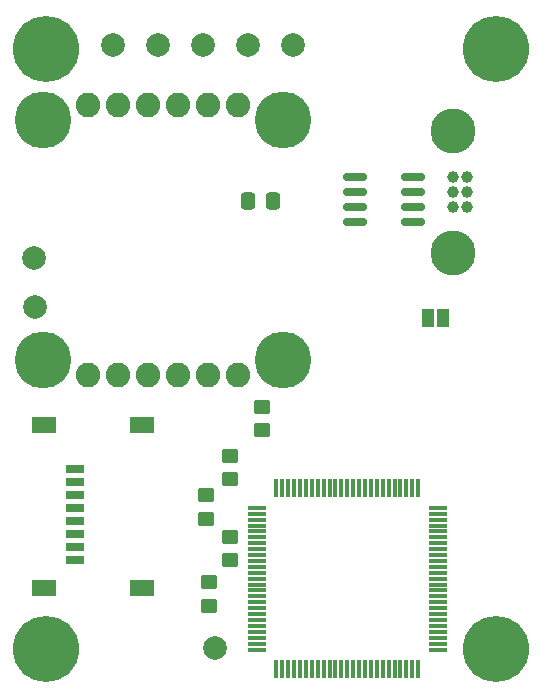
<source format=gbr>
%TF.GenerationSoftware,KiCad,Pcbnew,7.0.7*%
%TF.CreationDate,2023-10-21T12:14:55-04:00*%
%TF.ProjectId,processor,70726f63-6573-4736-9f72-2e6b69636164,rev?*%
%TF.SameCoordinates,Original*%
%TF.FileFunction,Soldermask,Bot*%
%TF.FilePolarity,Negative*%
%FSLAX46Y46*%
G04 Gerber Fmt 4.6, Leading zero omitted, Abs format (unit mm)*
G04 Created by KiCad (PCBNEW 7.0.7) date 2023-10-21 12:14:55*
%MOMM*%
%LPD*%
G01*
G04 APERTURE LIST*
G04 Aperture macros list*
%AMRoundRect*
0 Rectangle with rounded corners*
0 $1 Rounding radius*
0 $2 $3 $4 $5 $6 $7 $8 $9 X,Y pos of 4 corners*
0 Add a 4 corners polygon primitive as box body*
4,1,4,$2,$3,$4,$5,$6,$7,$8,$9,$2,$3,0*
0 Add four circle primitives for the rounded corners*
1,1,$1+$1,$2,$3*
1,1,$1+$1,$4,$5*
1,1,$1+$1,$6,$7*
1,1,$1+$1,$8,$9*
0 Add four rect primitives between the rounded corners*
20,1,$1+$1,$2,$3,$4,$5,0*
20,1,$1+$1,$4,$5,$6,$7,0*
20,1,$1+$1,$6,$7,$8,$9,0*
20,1,$1+$1,$8,$9,$2,$3,0*%
G04 Aperture macros list end*
%ADD10C,5.600000*%
%ADD11C,2.000000*%
%ADD12C,3.800000*%
%ADD13C,1.000000*%
%ADD14C,4.802000*%
%ADD15C,2.082800*%
%ADD16R,1.000000X1.500000*%
%ADD17RoundRect,0.250000X0.450000X-0.350000X0.450000X0.350000X-0.450000X0.350000X-0.450000X-0.350000X0*%
%ADD18RoundRect,0.250000X-0.450000X0.350000X-0.450000X-0.350000X0.450000X-0.350000X0.450000X0.350000X0*%
%ADD19R,1.500000X0.800000*%
%ADD20R,2.000000X1.450000*%
%ADD21RoundRect,0.250000X0.337500X0.475000X-0.337500X0.475000X-0.337500X-0.475000X0.337500X-0.475000X0*%
%ADD22RoundRect,0.150000X-0.825000X-0.150000X0.825000X-0.150000X0.825000X0.150000X-0.825000X0.150000X0*%
%ADD23RoundRect,0.075000X0.725000X0.075000X-0.725000X0.075000X-0.725000X-0.075000X0.725000X-0.075000X0*%
%ADD24RoundRect,0.075000X0.075000X0.725000X-0.075000X0.725000X-0.075000X-0.725000X0.075000X-0.725000X0*%
G04 APERTURE END LIST*
D10*
%TO.C,H3*%
X135000000Y-120000000D03*
%TD*%
D11*
%TO.C,TP1*%
X155956000Y-68834000D03*
%TD*%
%TO.C,TP7*%
X148336000Y-68834000D03*
%TD*%
D10*
%TO.C,H1*%
X135000000Y-69200000D03*
%TD*%
D12*
%TO.C,J1*%
X169431351Y-86430000D03*
X169431351Y-76130000D03*
D13*
X169431351Y-80030000D03*
X169431351Y-81280000D03*
X169431351Y-82530000D03*
X170681351Y-80030000D03*
X170681351Y-81280000D03*
X170681351Y-82530000D03*
%TD*%
D11*
%TO.C,TP5*%
X134112000Y-91059000D03*
%TD*%
D14*
%TO.C,A1*%
X134756833Y-75184000D03*
X134756833Y-95504000D03*
X155076833Y-75184000D03*
X155076833Y-95504000D03*
D15*
X138566833Y-96774000D03*
X141106833Y-96774000D03*
X143646833Y-96774000D03*
X146186833Y-96774000D03*
X148726833Y-96774000D03*
X151266833Y-96774000D03*
X151266833Y-73914000D03*
X148726833Y-73914000D03*
X146186833Y-73914000D03*
X143646833Y-73914000D03*
X141106833Y-73914000D03*
X138566833Y-73914000D03*
%TD*%
D11*
%TO.C,TP4*%
X133985000Y-86868000D03*
%TD*%
D10*
%TO.C,H4*%
X173100000Y-120000000D03*
%TD*%
D11*
%TO.C,TP8*%
X152146000Y-68834000D03*
%TD*%
%TO.C,TP6*%
X140716000Y-68834000D03*
%TD*%
%TO.C,TP2*%
X149352000Y-119888000D03*
%TD*%
%TO.C,TP3*%
X144526000Y-68834000D03*
%TD*%
D16*
%TO.C,JP2*%
X167356000Y-91948000D03*
X168656000Y-91948000D03*
%TD*%
D17*
%TO.C,R8*%
X148570000Y-108942000D03*
X148570000Y-106942000D03*
%TD*%
D18*
%TO.C,R9*%
X153289000Y-99457000D03*
X153289000Y-101457000D03*
%TD*%
%TO.C,R11*%
X150602000Y-110466000D03*
X150602000Y-112466000D03*
%TD*%
D19*
%TO.C,J3*%
X137454000Y-104704000D03*
X137454000Y-105804000D03*
X137454000Y-106914000D03*
X137454000Y-108004000D03*
X137464000Y-109104000D03*
X137454000Y-110204000D03*
X137454000Y-111304000D03*
X137454000Y-112404000D03*
D20*
X134854000Y-114784000D03*
X143154000Y-114784000D03*
X134854000Y-101034000D03*
X143154000Y-101034000D03*
%TD*%
D21*
%TO.C,C2*%
X154199500Y-82042000D03*
X152124500Y-82042000D03*
%TD*%
D18*
%TO.C,R10*%
X148844000Y-114332000D03*
X148844000Y-116332000D03*
%TD*%
D22*
%TO.C,U1*%
X161123152Y-83804080D03*
X161123152Y-82534080D03*
X161123152Y-81264080D03*
X161123152Y-79994080D03*
X166073152Y-79994080D03*
X166073152Y-81264080D03*
X166073152Y-82534080D03*
X166073152Y-83804080D03*
%TD*%
D10*
%TO.C,H2*%
X173100000Y-69200000D03*
%TD*%
D23*
%TO.C,U4*%
X168183000Y-108022000D03*
X168183000Y-108522000D03*
X168183000Y-109022000D03*
X168183000Y-109522000D03*
X168183000Y-110022000D03*
X168183000Y-110522000D03*
X168183000Y-111022000D03*
X168183000Y-111522000D03*
X168183000Y-112022000D03*
X168183000Y-112522000D03*
X168183000Y-113022000D03*
X168183000Y-113522000D03*
X168183000Y-114022000D03*
X168183000Y-114522000D03*
X168183000Y-115022000D03*
X168183000Y-115522000D03*
X168183000Y-116022000D03*
X168183000Y-116522000D03*
X168183000Y-117022000D03*
X168183000Y-117522000D03*
X168183000Y-118022000D03*
X168183000Y-118522000D03*
X168183000Y-119022000D03*
X168183000Y-119522000D03*
X168183000Y-120022000D03*
D24*
X166508000Y-121697000D03*
X166008000Y-121697000D03*
X165508000Y-121697000D03*
X165008000Y-121697000D03*
X164508000Y-121697000D03*
X164008000Y-121697000D03*
X163508000Y-121697000D03*
X163008000Y-121697000D03*
X162508000Y-121697000D03*
X162008000Y-121697000D03*
X161508000Y-121697000D03*
X161008000Y-121697000D03*
X160508000Y-121697000D03*
X160008000Y-121697000D03*
X159508000Y-121697000D03*
X159008000Y-121697000D03*
X158508000Y-121697000D03*
X158008000Y-121697000D03*
X157508000Y-121697000D03*
X157008000Y-121697000D03*
X156508000Y-121697000D03*
X156008000Y-121697000D03*
X155508000Y-121697000D03*
X155008000Y-121697000D03*
X154508000Y-121697000D03*
D23*
X152833000Y-120022000D03*
X152833000Y-119522000D03*
X152833000Y-119022000D03*
X152833000Y-118522000D03*
X152833000Y-118022000D03*
X152833000Y-117522000D03*
X152833000Y-117022000D03*
X152833000Y-116522000D03*
X152833000Y-116022000D03*
X152833000Y-115522000D03*
X152833000Y-115022000D03*
X152833000Y-114522000D03*
X152833000Y-114022000D03*
X152833000Y-113522000D03*
X152833000Y-113022000D03*
X152833000Y-112522000D03*
X152833000Y-112022000D03*
X152833000Y-111522000D03*
X152833000Y-111022000D03*
X152833000Y-110522000D03*
X152833000Y-110022000D03*
X152833000Y-109522000D03*
X152833000Y-109022000D03*
X152833000Y-108522000D03*
X152833000Y-108022000D03*
D24*
X154508000Y-106347000D03*
X155008000Y-106347000D03*
X155508000Y-106347000D03*
X156008000Y-106347000D03*
X156508000Y-106347000D03*
X157008000Y-106347000D03*
X157508000Y-106347000D03*
X158008000Y-106347000D03*
X158508000Y-106347000D03*
X159008000Y-106347000D03*
X159508000Y-106347000D03*
X160008000Y-106347000D03*
X160508000Y-106347000D03*
X161008000Y-106347000D03*
X161508000Y-106347000D03*
X162008000Y-106347000D03*
X162508000Y-106347000D03*
X163008000Y-106347000D03*
X163508000Y-106347000D03*
X164008000Y-106347000D03*
X164508000Y-106347000D03*
X165008000Y-106347000D03*
X165508000Y-106347000D03*
X166008000Y-106347000D03*
X166508000Y-106347000D03*
%TD*%
D17*
%TO.C,R7*%
X150602000Y-105608000D03*
X150602000Y-103608000D03*
%TD*%
M02*

</source>
